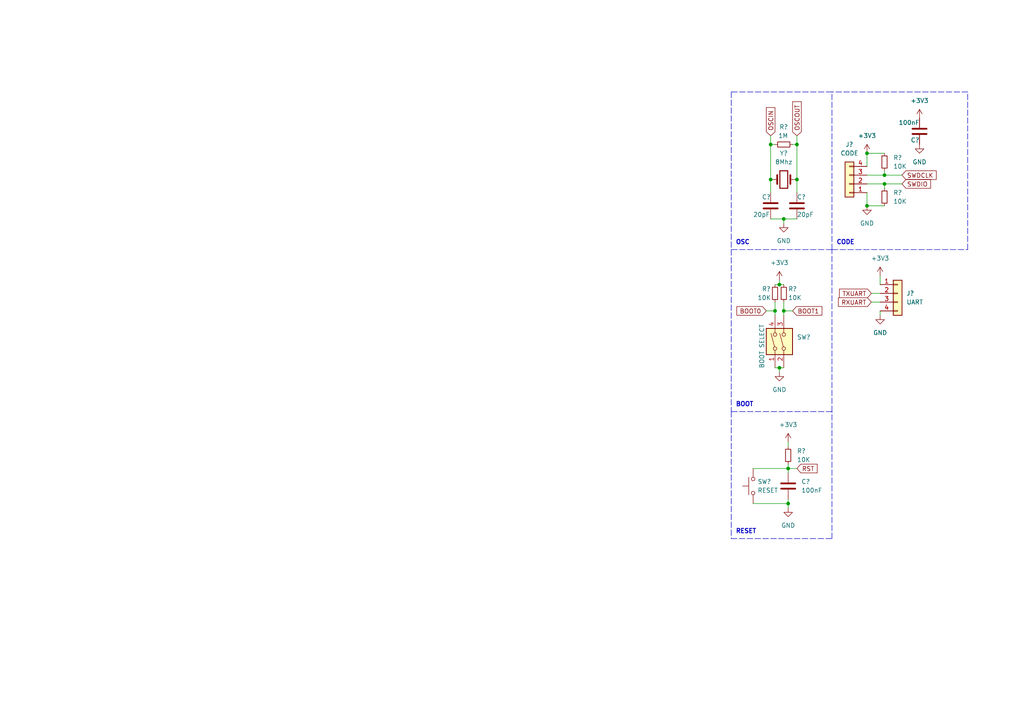
<source format=kicad_sch>
(kicad_sch (version 20211123) (generator eeschema)

  (uuid b7c20d97-bcac-47b9-b41c-0126a66b2490)

  (paper "A4")

  (lib_symbols
    (symbol "Connector_Generic:Conn_01x04" (pin_names (offset 1.016) hide) (in_bom yes) (on_board yes)
      (property "Reference" "J" (id 0) (at 0 5.08 0)
        (effects (font (size 1.27 1.27)))
      )
      (property "Value" "Conn_01x04" (id 1) (at 0 -7.62 0)
        (effects (font (size 1.27 1.27)))
      )
      (property "Footprint" "" (id 2) (at 0 0 0)
        (effects (font (size 1.27 1.27)) hide)
      )
      (property "Datasheet" "~" (id 3) (at 0 0 0)
        (effects (font (size 1.27 1.27)) hide)
      )
      (property "ki_keywords" "connector" (id 4) (at 0 0 0)
        (effects (font (size 1.27 1.27)) hide)
      )
      (property "ki_description" "Generic connector, single row, 01x04, script generated (kicad-library-utils/schlib/autogen/connector/)" (id 5) (at 0 0 0)
        (effects (font (size 1.27 1.27)) hide)
      )
      (property "ki_fp_filters" "Connector*:*_1x??_*" (id 6) (at 0 0 0)
        (effects (font (size 1.27 1.27)) hide)
      )
      (symbol "Conn_01x04_1_1"
        (rectangle (start -1.27 -4.953) (end 0 -5.207)
          (stroke (width 0.1524) (type default) (color 0 0 0 0))
          (fill (type none))
        )
        (rectangle (start -1.27 -2.413) (end 0 -2.667)
          (stroke (width 0.1524) (type default) (color 0 0 0 0))
          (fill (type none))
        )
        (rectangle (start -1.27 0.127) (end 0 -0.127)
          (stroke (width 0.1524) (type default) (color 0 0 0 0))
          (fill (type none))
        )
        (rectangle (start -1.27 2.667) (end 0 2.413)
          (stroke (width 0.1524) (type default) (color 0 0 0 0))
          (fill (type none))
        )
        (rectangle (start -1.27 3.81) (end 1.27 -6.35)
          (stroke (width 0.254) (type default) (color 0 0 0 0))
          (fill (type background))
        )
        (pin passive line (at -5.08 2.54 0) (length 3.81)
          (name "Pin_1" (effects (font (size 1.27 1.27))))
          (number "1" (effects (font (size 1.27 1.27))))
        )
        (pin passive line (at -5.08 0 0) (length 3.81)
          (name "Pin_2" (effects (font (size 1.27 1.27))))
          (number "2" (effects (font (size 1.27 1.27))))
        )
        (pin passive line (at -5.08 -2.54 0) (length 3.81)
          (name "Pin_3" (effects (font (size 1.27 1.27))))
          (number "3" (effects (font (size 1.27 1.27))))
        )
        (pin passive line (at -5.08 -5.08 0) (length 3.81)
          (name "Pin_4" (effects (font (size 1.27 1.27))))
          (number "4" (effects (font (size 1.27 1.27))))
        )
      )
    )
    (symbol "Device:C" (pin_numbers hide) (pin_names (offset 0.254)) (in_bom yes) (on_board yes)
      (property "Reference" "C" (id 0) (at 0.635 2.54 0)
        (effects (font (size 1.27 1.27)) (justify left))
      )
      (property "Value" "C" (id 1) (at 0.635 -2.54 0)
        (effects (font (size 1.27 1.27)) (justify left))
      )
      (property "Footprint" "" (id 2) (at 0.9652 -3.81 0)
        (effects (font (size 1.27 1.27)) hide)
      )
      (property "Datasheet" "~" (id 3) (at 0 0 0)
        (effects (font (size 1.27 1.27)) hide)
      )
      (property "ki_keywords" "cap capacitor" (id 4) (at 0 0 0)
        (effects (font (size 1.27 1.27)) hide)
      )
      (property "ki_description" "Unpolarized capacitor" (id 5) (at 0 0 0)
        (effects (font (size 1.27 1.27)) hide)
      )
      (property "ki_fp_filters" "C_*" (id 6) (at 0 0 0)
        (effects (font (size 1.27 1.27)) hide)
      )
      (symbol "C_0_1"
        (polyline
          (pts
            (xy -2.032 -0.762)
            (xy 2.032 -0.762)
          )
          (stroke (width 0.508) (type default) (color 0 0 0 0))
          (fill (type none))
        )
        (polyline
          (pts
            (xy -2.032 0.762)
            (xy 2.032 0.762)
          )
          (stroke (width 0.508) (type default) (color 0 0 0 0))
          (fill (type none))
        )
      )
      (symbol "C_1_1"
        (pin passive line (at 0 3.81 270) (length 2.794)
          (name "~" (effects (font (size 1.27 1.27))))
          (number "1" (effects (font (size 1.27 1.27))))
        )
        (pin passive line (at 0 -3.81 90) (length 2.794)
          (name "~" (effects (font (size 1.27 1.27))))
          (number "2" (effects (font (size 1.27 1.27))))
        )
      )
    )
    (symbol "Device:Crystal" (pin_numbers hide) (pin_names (offset 1.016) hide) (in_bom yes) (on_board yes)
      (property "Reference" "Y" (id 0) (at 0 3.81 0)
        (effects (font (size 1.27 1.27)))
      )
      (property "Value" "Crystal" (id 1) (at 0 -3.81 0)
        (effects (font (size 1.27 1.27)))
      )
      (property "Footprint" "" (id 2) (at 0 0 0)
        (effects (font (size 1.27 1.27)) hide)
      )
      (property "Datasheet" "~" (id 3) (at 0 0 0)
        (effects (font (size 1.27 1.27)) hide)
      )
      (property "ki_keywords" "quartz ceramic resonator oscillator" (id 4) (at 0 0 0)
        (effects (font (size 1.27 1.27)) hide)
      )
      (property "ki_description" "Two pin crystal" (id 5) (at 0 0 0)
        (effects (font (size 1.27 1.27)) hide)
      )
      (property "ki_fp_filters" "Crystal*" (id 6) (at 0 0 0)
        (effects (font (size 1.27 1.27)) hide)
      )
      (symbol "Crystal_0_1"
        (rectangle (start -1.143 2.54) (end 1.143 -2.54)
          (stroke (width 0.3048) (type default) (color 0 0 0 0))
          (fill (type none))
        )
        (polyline
          (pts
            (xy -2.54 0)
            (xy -1.905 0)
          )
          (stroke (width 0) (type default) (color 0 0 0 0))
          (fill (type none))
        )
        (polyline
          (pts
            (xy -1.905 -1.27)
            (xy -1.905 1.27)
          )
          (stroke (width 0.508) (type default) (color 0 0 0 0))
          (fill (type none))
        )
        (polyline
          (pts
            (xy 1.905 -1.27)
            (xy 1.905 1.27)
          )
          (stroke (width 0.508) (type default) (color 0 0 0 0))
          (fill (type none))
        )
        (polyline
          (pts
            (xy 2.54 0)
            (xy 1.905 0)
          )
          (stroke (width 0) (type default) (color 0 0 0 0))
          (fill (type none))
        )
      )
      (symbol "Crystal_1_1"
        (pin passive line (at -3.81 0 0) (length 1.27)
          (name "1" (effects (font (size 1.27 1.27))))
          (number "1" (effects (font (size 1.27 1.27))))
        )
        (pin passive line (at 3.81 0 180) (length 1.27)
          (name "2" (effects (font (size 1.27 1.27))))
          (number "2" (effects (font (size 1.27 1.27))))
        )
      )
    )
    (symbol "Device:R_Small" (pin_numbers hide) (pin_names (offset 0.254) hide) (in_bom yes) (on_board yes)
      (property "Reference" "R" (id 0) (at 0.762 0.508 0)
        (effects (font (size 1.27 1.27)) (justify left))
      )
      (property "Value" "R_Small" (id 1) (at 0.762 -1.016 0)
        (effects (font (size 1.27 1.27)) (justify left))
      )
      (property "Footprint" "" (id 2) (at 0 0 0)
        (effects (font (size 1.27 1.27)) hide)
      )
      (property "Datasheet" "~" (id 3) (at 0 0 0)
        (effects (font (size 1.27 1.27)) hide)
      )
      (property "ki_keywords" "R resistor" (id 4) (at 0 0 0)
        (effects (font (size 1.27 1.27)) hide)
      )
      (property "ki_description" "Resistor, small symbol" (id 5) (at 0 0 0)
        (effects (font (size 1.27 1.27)) hide)
      )
      (property "ki_fp_filters" "R_*" (id 6) (at 0 0 0)
        (effects (font (size 1.27 1.27)) hide)
      )
      (symbol "R_Small_0_1"
        (rectangle (start -0.762 1.778) (end 0.762 -1.778)
          (stroke (width 0.2032) (type default) (color 0 0 0 0))
          (fill (type none))
        )
      )
      (symbol "R_Small_1_1"
        (pin passive line (at 0 2.54 270) (length 0.762)
          (name "~" (effects (font (size 1.27 1.27))))
          (number "1" (effects (font (size 1.27 1.27))))
        )
        (pin passive line (at 0 -2.54 90) (length 0.762)
          (name "~" (effects (font (size 1.27 1.27))))
          (number "2" (effects (font (size 1.27 1.27))))
        )
      )
    )
    (symbol "Switch:SW_DIP_x02" (pin_names (offset 0) hide) (in_bom yes) (on_board yes)
      (property "Reference" "SW" (id 0) (at 0 6.35 0)
        (effects (font (size 1.27 1.27)))
      )
      (property "Value" "SW_DIP_x02" (id 1) (at 0 -3.81 0)
        (effects (font (size 1.27 1.27)))
      )
      (property "Footprint" "" (id 2) (at 0 0 0)
        (effects (font (size 1.27 1.27)) hide)
      )
      (property "Datasheet" "~" (id 3) (at 0 0 0)
        (effects (font (size 1.27 1.27)) hide)
      )
      (property "ki_keywords" "dip switch" (id 4) (at 0 0 0)
        (effects (font (size 1.27 1.27)) hide)
      )
      (property "ki_description" "2x DIP Switch, Single Pole Single Throw (SPST) switch, small symbol" (id 5) (at 0 0 0)
        (effects (font (size 1.27 1.27)) hide)
      )
      (property "ki_fp_filters" "SW?DIP?x2*" (id 6) (at 0 0 0)
        (effects (font (size 1.27 1.27)) hide)
      )
      (symbol "SW_DIP_x02_0_0"
        (circle (center -2.032 0) (radius 0.508)
          (stroke (width 0) (type default) (color 0 0 0 0))
          (fill (type none))
        )
        (circle (center -2.032 2.54) (radius 0.508)
          (stroke (width 0) (type default) (color 0 0 0 0))
          (fill (type none))
        )
        (polyline
          (pts
            (xy -1.524 0.127)
            (xy 2.3622 1.1684)
          )
          (stroke (width 0) (type default) (color 0 0 0 0))
          (fill (type none))
        )
        (polyline
          (pts
            (xy -1.524 2.667)
            (xy 2.3622 3.7084)
          )
          (stroke (width 0) (type default) (color 0 0 0 0))
          (fill (type none))
        )
        (circle (center 2.032 0) (radius 0.508)
          (stroke (width 0) (type default) (color 0 0 0 0))
          (fill (type none))
        )
        (circle (center 2.032 2.54) (radius 0.508)
          (stroke (width 0) (type default) (color 0 0 0 0))
          (fill (type none))
        )
      )
      (symbol "SW_DIP_x02_0_1"
        (rectangle (start -3.81 5.08) (end 3.81 -2.54)
          (stroke (width 0.254) (type default) (color 0 0 0 0))
          (fill (type background))
        )
      )
      (symbol "SW_DIP_x02_1_1"
        (pin passive line (at -7.62 2.54 0) (length 5.08)
          (name "~" (effects (font (size 1.27 1.27))))
          (number "1" (effects (font (size 1.27 1.27))))
        )
        (pin passive line (at -7.62 0 0) (length 5.08)
          (name "~" (effects (font (size 1.27 1.27))))
          (number "2" (effects (font (size 1.27 1.27))))
        )
        (pin passive line (at 7.62 0 180) (length 5.08)
          (name "~" (effects (font (size 1.27 1.27))))
          (number "3" (effects (font (size 1.27 1.27))))
        )
        (pin passive line (at 7.62 2.54 180) (length 5.08)
          (name "~" (effects (font (size 1.27 1.27))))
          (number "4" (effects (font (size 1.27 1.27))))
        )
      )
    )
    (symbol "Switch:SW_Push" (pin_numbers hide) (pin_names (offset 1.016) hide) (in_bom yes) (on_board yes)
      (property "Reference" "SW" (id 0) (at 1.27 2.54 0)
        (effects (font (size 1.27 1.27)) (justify left))
      )
      (property "Value" "SW_Push" (id 1) (at 0 -1.524 0)
        (effects (font (size 1.27 1.27)))
      )
      (property "Footprint" "" (id 2) (at 0 5.08 0)
        (effects (font (size 1.27 1.27)) hide)
      )
      (property "Datasheet" "~" (id 3) (at 0 5.08 0)
        (effects (font (size 1.27 1.27)) hide)
      )
      (property "ki_keywords" "switch normally-open pushbutton push-button" (id 4) (at 0 0 0)
        (effects (font (size 1.27 1.27)) hide)
      )
      (property "ki_description" "Push button switch, generic, two pins" (id 5) (at 0 0 0)
        (effects (font (size 1.27 1.27)) hide)
      )
      (symbol "SW_Push_0_1"
        (circle (center -2.032 0) (radius 0.508)
          (stroke (width 0) (type default) (color 0 0 0 0))
          (fill (type none))
        )
        (polyline
          (pts
            (xy 0 1.27)
            (xy 0 3.048)
          )
          (stroke (width 0) (type default) (color 0 0 0 0))
          (fill (type none))
        )
        (polyline
          (pts
            (xy 2.54 1.27)
            (xy -2.54 1.27)
          )
          (stroke (width 0) (type default) (color 0 0 0 0))
          (fill (type none))
        )
        (circle (center 2.032 0) (radius 0.508)
          (stroke (width 0) (type default) (color 0 0 0 0))
          (fill (type none))
        )
        (pin passive line (at -5.08 0 0) (length 2.54)
          (name "1" (effects (font (size 1.27 1.27))))
          (number "1" (effects (font (size 1.27 1.27))))
        )
        (pin passive line (at 5.08 0 180) (length 2.54)
          (name "2" (effects (font (size 1.27 1.27))))
          (number "2" (effects (font (size 1.27 1.27))))
        )
      )
    )
    (symbol "power:+3V3" (power) (pin_names (offset 0)) (in_bom yes) (on_board yes)
      (property "Reference" "#PWR" (id 0) (at 0 -3.81 0)
        (effects (font (size 1.27 1.27)) hide)
      )
      (property "Value" "+3V3" (id 1) (at 0 3.556 0)
        (effects (font (size 1.27 1.27)))
      )
      (property "Footprint" "" (id 2) (at 0 0 0)
        (effects (font (size 1.27 1.27)) hide)
      )
      (property "Datasheet" "" (id 3) (at 0 0 0)
        (effects (font (size 1.27 1.27)) hide)
      )
      (property "ki_keywords" "power-flag" (id 4) (at 0 0 0)
        (effects (font (size 1.27 1.27)) hide)
      )
      (property "ki_description" "Power symbol creates a global label with name \"+3V3\"" (id 5) (at 0 0 0)
        (effects (font (size 1.27 1.27)) hide)
      )
      (symbol "+3V3_0_1"
        (polyline
          (pts
            (xy -0.762 1.27)
            (xy 0 2.54)
          )
          (stroke (width 0) (type default) (color 0 0 0 0))
          (fill (type none))
        )
        (polyline
          (pts
            (xy 0 0)
            (xy 0 2.54)
          )
          (stroke (width 0) (type default) (color 0 0 0 0))
          (fill (type none))
        )
        (polyline
          (pts
            (xy 0 2.54)
            (xy 0.762 1.27)
          )
          (stroke (width 0) (type default) (color 0 0 0 0))
          (fill (type none))
        )
      )
      (symbol "+3V3_1_1"
        (pin power_in line (at 0 0 90) (length 0) hide
          (name "+3V3" (effects (font (size 1.27 1.27))))
          (number "1" (effects (font (size 1.27 1.27))))
        )
      )
    )
    (symbol "power:GND" (power) (pin_names (offset 0)) (in_bom yes) (on_board yes)
      (property "Reference" "#PWR" (id 0) (at 0 -6.35 0)
        (effects (font (size 1.27 1.27)) hide)
      )
      (property "Value" "GND" (id 1) (at 0 -3.81 0)
        (effects (font (size 1.27 1.27)))
      )
      (property "Footprint" "" (id 2) (at 0 0 0)
        (effects (font (size 1.27 1.27)) hide)
      )
      (property "Datasheet" "" (id 3) (at 0 0 0)
        (effects (font (size 1.27 1.27)) hide)
      )
      (property "ki_keywords" "power-flag" (id 4) (at 0 0 0)
        (effects (font (size 1.27 1.27)) hide)
      )
      (property "ki_description" "Power symbol creates a global label with name \"GND\" , ground" (id 5) (at 0 0 0)
        (effects (font (size 1.27 1.27)) hide)
      )
      (symbol "GND_0_1"
        (polyline
          (pts
            (xy 0 0)
            (xy 0 -1.27)
            (xy 1.27 -1.27)
            (xy 0 -2.54)
            (xy -1.27 -1.27)
            (xy 0 -1.27)
          )
          (stroke (width 0) (type default) (color 0 0 0 0))
          (fill (type none))
        )
      )
      (symbol "GND_1_1"
        (pin power_in line (at 0 0 270) (length 0) hide
          (name "GND" (effects (font (size 1.27 1.27))))
          (number "1" (effects (font (size 1.27 1.27))))
        )
      )
    )
  )

  (junction (at 223.52 41.91) (diameter 0) (color 0 0 0 0)
    (uuid 0023e298-84e6-4ff4-87a6-254c16798ad8)
  )
  (junction (at 256.54 53.34) (diameter 0) (color 0 0 0 0)
    (uuid 016dae1e-f166-4194-b03b-73be6d6a84b3)
  )
  (junction (at 224.79 90.17) (diameter 0) (color 0 0 0 0)
    (uuid 03914dfb-0ee7-443b-afdb-82cd1ecc5ab3)
  )
  (junction (at 251.46 44.45) (diameter 0) (color 0 0 0 0)
    (uuid 0f6b0162-cd6a-4e93-9403-9218c9ee6b59)
  )
  (junction (at 227.33 63.5) (diameter 0) (color 0 0 0 0)
    (uuid 14f94edb-0a18-41c6-81a1-524b1f13f23d)
  )
  (junction (at 228.6 146.05) (diameter 0) (color 0 0 0 0)
    (uuid 559008cc-58f4-4748-a1f8-6945e9fb64bc)
  )
  (junction (at 226.06 106.68) (diameter 0) (color 0 0 0 0)
    (uuid 64444d67-ad0c-4051-8a3a-2550f006509f)
  )
  (junction (at 226.06 82.55) (diameter 0) (color 0 0 0 0)
    (uuid 7aa3badf-4ccb-4e60-940c-9ec5e71f1bb7)
  )
  (junction (at 256.54 50.8) (diameter 0) (color 0 0 0 0)
    (uuid 846e9338-b9b0-4841-86dc-244fed66b73d)
  )
  (junction (at 231.14 41.91) (diameter 0) (color 0 0 0 0)
    (uuid 8c2b5e79-4c4e-4af5-90d1-14df9ea2d69b)
  )
  (junction (at 223.52 52.07) (diameter 0) (color 0 0 0 0)
    (uuid 98bf76e7-d8f1-45cc-90e2-7f8182e09887)
  )
  (junction (at 227.33 90.17) (diameter 0) (color 0 0 0 0)
    (uuid ae8646ea-1981-4bce-88d1-09c3d545c12b)
  )
  (junction (at 228.6 135.89) (diameter 0) (color 0 0 0 0)
    (uuid b97e2bc0-308f-4682-b9a6-779df4ae12e0)
  )
  (junction (at 251.46 59.69) (diameter 0) (color 0 0 0 0)
    (uuid d12bd1bb-e305-43aa-8c1a-dbfbf8c734b4)
  )
  (junction (at 231.14 52.07) (diameter 0) (color 0 0 0 0)
    (uuid d38441e0-e660-4d1f-a62b-d290b55090e2)
  )

  (wire (pts (xy 231.14 39.37) (xy 231.14 41.91))
    (stroke (width 0) (type default) (color 0 0 0 0))
    (uuid 05f640c8-150f-49a0-bca7-84f7f0b2bee9)
  )
  (polyline (pts (xy 241.3 72.39) (xy 212.09 72.39))
    (stroke (width 0) (type default) (color 0 0 0 0))
    (uuid 08dede75-9ed1-4277-ab69-ab9a4515c9d2)
  )

  (wire (pts (xy 251.46 53.34) (xy 256.54 53.34))
    (stroke (width 0) (type default) (color 0 0 0 0))
    (uuid 1009d6f3-f0a8-4068-8faa-0478bf0660cd)
  )
  (wire (pts (xy 227.33 90.17) (xy 227.33 91.44))
    (stroke (width 0) (type default) (color 0 0 0 0))
    (uuid 1356b7a2-6005-498d-9d4b-87c83d2f1466)
  )
  (wire (pts (xy 227.33 87.63) (xy 227.33 90.17))
    (stroke (width 0) (type default) (color 0 0 0 0))
    (uuid 15929d89-43e4-4932-a3be-fdf29fa2862d)
  )
  (wire (pts (xy 224.79 82.55) (xy 226.06 82.55))
    (stroke (width 0) (type default) (color 0 0 0 0))
    (uuid 19ac9944-1f46-4861-8b09-3257a140f91f)
  )
  (wire (pts (xy 231.14 52.07) (xy 231.14 55.88))
    (stroke (width 0) (type default) (color 0 0 0 0))
    (uuid 1b6cc98d-8d03-4943-bcc3-4d60566a8d1a)
  )
  (polyline (pts (xy 241.3 72.39) (xy 280.67 72.39))
    (stroke (width 0) (type default) (color 0 0 0 0))
    (uuid 203eae74-92af-436e-a4db-eebe5d2f5948)
  )

  (wire (pts (xy 256.54 53.34) (xy 261.62 53.34))
    (stroke (width 0) (type default) (color 0 0 0 0))
    (uuid 20dd97f7-632e-42cf-9695-5a5286c9b5af)
  )
  (wire (pts (xy 226.06 106.68) (xy 227.33 106.68))
    (stroke (width 0) (type default) (color 0 0 0 0))
    (uuid 2237592a-068a-4a2a-82d3-589e0dfe80c3)
  )
  (wire (pts (xy 222.25 90.17) (xy 224.79 90.17))
    (stroke (width 0) (type default) (color 0 0 0 0))
    (uuid 2f56bd58-4e6d-4bf6-be17-80ea1a95998d)
  )
  (wire (pts (xy 228.6 135.89) (xy 228.6 137.16))
    (stroke (width 0) (type default) (color 0 0 0 0))
    (uuid 34ae52d2-6026-4731-8be6-dc9d93cc435a)
  )
  (polyline (pts (xy 241.3 26.67) (xy 212.09 26.67))
    (stroke (width 0) (type default) (color 0 0 0 0))
    (uuid 45ea99a0-6115-406b-9f0a-11eeb7b80110)
  )

  (wire (pts (xy 228.6 147.32) (xy 228.6 146.05))
    (stroke (width 0) (type default) (color 0 0 0 0))
    (uuid 498d1ffc-5ed6-46aa-b6ee-cfcd4a086851)
  )
  (wire (pts (xy 231.14 41.91) (xy 231.14 52.07))
    (stroke (width 0) (type default) (color 0 0 0 0))
    (uuid 49b1af45-0f54-48a9-a41f-a15317d03b94)
  )
  (wire (pts (xy 251.46 44.45) (xy 256.54 44.45))
    (stroke (width 0) (type default) (color 0 0 0 0))
    (uuid 4a84c597-b22c-4ee8-bc8c-595e83c8554c)
  )
  (wire (pts (xy 251.46 44.45) (xy 251.46 48.26))
    (stroke (width 0) (type default) (color 0 0 0 0))
    (uuid 4c88ebd6-313c-4632-a687-384f5b5d0b0e)
  )
  (polyline (pts (xy 212.09 156.21) (xy 241.3 156.21))
    (stroke (width 0) (type default) (color 0 0 0 0))
    (uuid 4e98af9a-e2a6-432e-91e6-a1a0196724e7)
  )

  (wire (pts (xy 228.6 135.89) (xy 231.14 135.89))
    (stroke (width 0) (type default) (color 0 0 0 0))
    (uuid 50a07df2-9ff0-487b-9b5c-219451225c96)
  )
  (wire (pts (xy 252.73 87.63) (xy 255.27 87.63))
    (stroke (width 0) (type default) (color 0 0 0 0))
    (uuid 52ff2270-8e80-4ef5-9c9b-878505e61df5)
  )
  (wire (pts (xy 251.46 59.69) (xy 251.46 55.88))
    (stroke (width 0) (type default) (color 0 0 0 0))
    (uuid 6270c074-d506-49a0-99a7-1f5caaa4c5e8)
  )
  (wire (pts (xy 255.27 80.01) (xy 255.27 82.55))
    (stroke (width 0) (type default) (color 0 0 0 0))
    (uuid 664991c2-d8e8-425b-a5b9-7d81b239a84f)
  )
  (wire (pts (xy 252.73 85.09) (xy 255.27 85.09))
    (stroke (width 0) (type default) (color 0 0 0 0))
    (uuid 6811114f-7913-4d16-b80f-df58b2d4869d)
  )
  (wire (pts (xy 228.6 146.05) (xy 228.6 144.78))
    (stroke (width 0) (type default) (color 0 0 0 0))
    (uuid 69ba65d9-51f0-40e5-87a5-9445ae9139f7)
  )
  (wire (pts (xy 223.52 52.07) (xy 223.52 55.88))
    (stroke (width 0) (type default) (color 0 0 0 0))
    (uuid 6a6caac4-fa87-43fa-bdc0-d0990b1ef686)
  )
  (wire (pts (xy 224.79 41.91) (xy 223.52 41.91))
    (stroke (width 0) (type default) (color 0 0 0 0))
    (uuid 71dccd11-611e-4fac-a5e1-049f461d070a)
  )
  (wire (pts (xy 227.33 63.5) (xy 231.14 63.5))
    (stroke (width 0) (type default) (color 0 0 0 0))
    (uuid 7ffeabc3-0e3c-4cf1-bd87-409868db3eb3)
  )
  (wire (pts (xy 224.79 87.63) (xy 224.79 90.17))
    (stroke (width 0) (type default) (color 0 0 0 0))
    (uuid 8000269a-8a16-4ffb-839f-9d1eec23abe7)
  )
  (wire (pts (xy 251.46 50.8) (xy 256.54 50.8))
    (stroke (width 0) (type default) (color 0 0 0 0))
    (uuid 803594b5-0dff-4cd3-8264-9b433ae9ad98)
  )
  (polyline (pts (xy 241.3 156.21) (xy 241.3 119.38))
    (stroke (width 0) (type default) (color 0 0 0 0))
    (uuid 8085170a-f2d3-4c2e-a1ea-71420b374487)
  )

  (wire (pts (xy 223.52 39.37) (xy 223.52 41.91))
    (stroke (width 0) (type default) (color 0 0 0 0))
    (uuid 80f1cc12-7359-4079-bfe4-2f2b22886f44)
  )
  (wire (pts (xy 223.52 41.91) (xy 223.52 52.07))
    (stroke (width 0) (type default) (color 0 0 0 0))
    (uuid 8305d649-f23b-40c3-8972-c7dce2d1b6b3)
  )
  (wire (pts (xy 226.06 82.55) (xy 227.33 82.55))
    (stroke (width 0) (type default) (color 0 0 0 0))
    (uuid 8474913e-a08f-4f1d-a9b8-f7ee9c655090)
  )
  (polyline (pts (xy 241.3 72.39) (xy 241.3 26.67))
    (stroke (width 0) (type default) (color 0 0 0 0))
    (uuid 89c1a46b-8e44-40e0-bca7-3b33e99ac0dc)
  )

  (wire (pts (xy 256.54 53.34) (xy 256.54 54.61))
    (stroke (width 0) (type default) (color 0 0 0 0))
    (uuid 89fe3cb8-b762-48ea-ac6e-820d11bc1a76)
  )
  (polyline (pts (xy 241.3 119.38) (xy 241.3 72.39))
    (stroke (width 0) (type default) (color 0 0 0 0))
    (uuid 8c35b755-1418-41cc-af19-270a49fcb098)
  )

  (wire (pts (xy 227.33 90.17) (xy 229.87 90.17))
    (stroke (width 0) (type default) (color 0 0 0 0))
    (uuid 8cd7d6a3-33f9-478b-b289-52037adef297)
  )
  (wire (pts (xy 251.46 59.69) (xy 256.54 59.69))
    (stroke (width 0) (type default) (color 0 0 0 0))
    (uuid 92929e40-ae68-45f2-a65f-ce570a62fe2e)
  )
  (wire (pts (xy 224.79 90.17) (xy 224.79 91.44))
    (stroke (width 0) (type default) (color 0 0 0 0))
    (uuid 9520f783-5c50-4548-a168-c0f27301e45b)
  )
  (polyline (pts (xy 241.3 119.38) (xy 212.09 119.38))
    (stroke (width 0) (type default) (color 0 0 0 0))
    (uuid 98c3ac95-7e8e-4262-b094-6224419849eb)
  )

  (wire (pts (xy 226.06 81.28) (xy 226.06 82.55))
    (stroke (width 0) (type default) (color 0 0 0 0))
    (uuid a939fe84-b723-45e1-8bba-2dba3199fead)
  )
  (wire (pts (xy 218.44 146.05) (xy 228.6 146.05))
    (stroke (width 0) (type default) (color 0 0 0 0))
    (uuid a96feb78-cd3e-46a5-ba1f-105535f1ec0b)
  )
  (wire (pts (xy 228.6 128.27) (xy 228.6 129.54))
    (stroke (width 0) (type default) (color 0 0 0 0))
    (uuid a9aa27c4-94ec-45c2-94f7-fcdfb09d3779)
  )
  (polyline (pts (xy 212.09 72.39) (xy 212.09 119.38))
    (stroke (width 0) (type default) (color 0 0 0 0))
    (uuid aa5a7c8c-126d-4fa5-b6df-8cfa3560f7dd)
  )

  (wire (pts (xy 255.27 91.44) (xy 255.27 90.17))
    (stroke (width 0) (type default) (color 0 0 0 0))
    (uuid b4c66344-8990-4fff-ab11-fbfcf1c2fe00)
  )
  (polyline (pts (xy 280.67 26.67) (xy 241.3 26.67))
    (stroke (width 0) (type default) (color 0 0 0 0))
    (uuid b6377c56-5337-4025-97b4-bc6d90b90cf8)
  )

  (wire (pts (xy 228.6 134.62) (xy 228.6 135.89))
    (stroke (width 0) (type default) (color 0 0 0 0))
    (uuid b8dbc16a-3276-4bea-b92e-827edd4c22ec)
  )
  (wire (pts (xy 224.79 106.68) (xy 226.06 106.68))
    (stroke (width 0) (type default) (color 0 0 0 0))
    (uuid c074adfc-70a8-430a-9766-1272ff98a763)
  )
  (polyline (pts (xy 280.67 72.39) (xy 280.67 26.67))
    (stroke (width 0) (type default) (color 0 0 0 0))
    (uuid cd81c19f-3bf1-4e8f-8f1b-35f3d1553a47)
  )

  (wire (pts (xy 256.54 49.53) (xy 256.54 50.8))
    (stroke (width 0) (type default) (color 0 0 0 0))
    (uuid d101b38b-8f01-4551-b526-35c49c0cd583)
  )
  (wire (pts (xy 223.52 63.5) (xy 227.33 63.5))
    (stroke (width 0) (type default) (color 0 0 0 0))
    (uuid dfc805b6-6537-4cc4-b008-ed91a3ad554a)
  )
  (wire (pts (xy 218.44 135.89) (xy 228.6 135.89))
    (stroke (width 0) (type default) (color 0 0 0 0))
    (uuid e0688d4a-e60f-4f98-b3bf-1209f99d06ff)
  )
  (wire (pts (xy 229.87 41.91) (xy 231.14 41.91))
    (stroke (width 0) (type default) (color 0 0 0 0))
    (uuid e2ef92af-f79f-4181-b9de-7a782cb1928e)
  )
  (polyline (pts (xy 212.09 26.67) (xy 212.09 72.39))
    (stroke (width 0) (type default) (color 0 0 0 0))
    (uuid e9d725b4-bff7-446c-b5f1-1bcb1633a75d)
  )

  (wire (pts (xy 226.06 107.95) (xy 226.06 106.68))
    (stroke (width 0) (type default) (color 0 0 0 0))
    (uuid ee132697-6ea9-4ccc-a65b-00a2d30d6557)
  )
  (polyline (pts (xy 212.09 119.38) (xy 212.09 156.21))
    (stroke (width 0) (type default) (color 0 0 0 0))
    (uuid f1e91f02-70e6-49da-9b6e-62dae671c818)
  )

  (wire (pts (xy 256.54 50.8) (xy 261.62 50.8))
    (stroke (width 0) (type default) (color 0 0 0 0))
    (uuid f54cd2a7-852c-4c3a-8c12-724f5154aa7a)
  )
  (wire (pts (xy 227.33 64.77) (xy 227.33 63.5))
    (stroke (width 0) (type default) (color 0 0 0 0))
    (uuid fe65e1d9-6bbd-4c9d-86cb-363466d9cb8f)
  )

  (text "CODE" (at 242.57 71.12 0)
    (effects (font (size 1.27 1.27) (thickness 0.254) bold) (justify left bottom))
    (uuid 0af9f669-fcda-44e5-bd95-6983d630667e)
  )
  (text "BOOT" (at 213.36 118.11 0)
    (effects (font (size 1.27 1.27) (thickness 0.254) bold) (justify left bottom))
    (uuid 1dcb99ab-0152-43d0-b32c-d731021ca71f)
  )
  (text "OSC" (at 213.36 71.12 0)
    (effects (font (size 1.27 1.27) (thickness 0.254) bold) (justify left bottom))
    (uuid e2868145-d7ac-4bd2-b404-0f3786e4ab9d)
  )
  (text "RESET" (at 213.36 154.94 0)
    (effects (font (size 1.27 1.27) (thickness 0.254) bold) (justify left bottom))
    (uuid e8411063-dca7-4829-94ff-62a7fbde98a3)
  )

  (global_label "OSCIN" (shape input) (at 223.52 39.37 90) (fields_autoplaced)
    (effects (font (size 1.27 1.27)) (justify left))
    (uuid 27f5cdd8-8f2c-45ff-9602-f8df81750b5c)
    (property "Intersheet References" "${INTERSHEET_REFS}" (id 0) (at 223.4406 31.2117 90)
      (effects (font (size 1.27 1.27)) (justify left) hide)
    )
  )
  (global_label "SWDIO" (shape input) (at 261.62 53.34 0) (fields_autoplaced)
    (effects (font (size 1.27 1.27)) (justify left))
    (uuid 2f865e2a-0e2a-4ab7-880c-735dec4a0d33)
    (property "Intersheet References" "${INTERSHEET_REFS}" (id 0) (at 269.8993 53.2606 0)
      (effects (font (size 1.27 1.27)) (justify left) hide)
    )
  )
  (global_label "BOOT1" (shape input) (at 229.87 90.17 0) (fields_autoplaced)
    (effects (font (size 1.27 1.27)) (justify left))
    (uuid 31a76157-69e3-4172-95df-21f75e373387)
    (property "Intersheet References" "${INTERSHEET_REFS}" (id 0) (at 238.3912 90.0906 0)
      (effects (font (size 1.27 1.27)) (justify left) hide)
    )
  )
  (global_label "OSCOUT" (shape input) (at 231.14 39.37 90) (fields_autoplaced)
    (effects (font (size 1.27 1.27)) (justify left))
    (uuid 436b114a-925a-4204-8c6c-4905b78f95cf)
    (property "Intersheet References" "${INTERSHEET_REFS}" (id 0) (at 231.0606 29.5183 90)
      (effects (font (size 1.27 1.27)) (justify left) hide)
    )
  )
  (global_label "RXUART" (shape input) (at 252.73 87.63 180) (fields_autoplaced)
    (effects (font (size 1.27 1.27)) (justify right))
    (uuid 64f558ad-d222-46d9-af2a-3efa6a4eaba1)
    (property "Intersheet References" "${INTERSHEET_REFS}" (id 0) (at 243.1807 87.7094 0)
      (effects (font (size 1.27 1.27)) (justify right) hide)
    )
  )
  (global_label "RST" (shape input) (at 231.14 135.89 0) (fields_autoplaced)
    (effects (font (size 1.27 1.27)) (justify left))
    (uuid 93f3e86e-70b2-4a60-9a87-ff4dcb57987f)
    (property "Intersheet References" "${INTERSHEET_REFS}" (id 0) (at 237.0002 135.8106 0)
      (effects (font (size 1.27 1.27)) (justify left) hide)
    )
  )
  (global_label "SWDCLK" (shape input) (at 261.62 50.8 0) (fields_autoplaced)
    (effects (font (size 1.27 1.27)) (justify left))
    (uuid 9503ffcd-11d4-4150-a097-bf33df53d096)
    (property "Intersheet References" "${INTERSHEET_REFS}" (id 0) (at 271.5321 50.7206 0)
      (effects (font (size 1.27 1.27)) (justify left) hide)
    )
  )
  (global_label "BOOT0" (shape input) (at 222.25 90.17 180) (fields_autoplaced)
    (effects (font (size 1.27 1.27)) (justify right))
    (uuid 9ff0e80f-8258-4056-ab6a-3ec0467d2d7e)
    (property "Intersheet References" "${INTERSHEET_REFS}" (id 0) (at 213.7288 90.0906 0)
      (effects (font (size 1.27 1.27)) (justify right) hide)
    )
  )
  (global_label "TXUART" (shape input) (at 252.73 85.09 180) (fields_autoplaced)
    (effects (font (size 1.27 1.27)) (justify right))
    (uuid f50fb961-250f-44b6-be73-d4f61f398a11)
    (property "Intersheet References" "${INTERSHEET_REFS}" (id 0) (at 243.4831 85.1694 0)
      (effects (font (size 1.27 1.27)) (justify right) hide)
    )
  )

  (symbol (lib_id "Device:R_Small") (at 228.6 132.08 0) (unit 1)
    (in_bom yes) (on_board yes) (fields_autoplaced)
    (uuid 0845a33b-fa03-4f30-9b19-0e2c8e70acb0)
    (property "Reference" "R?" (id 0) (at 231.14 130.8099 0)
      (effects (font (size 1.27 1.27)) (justify left))
    )
    (property "Value" "10K" (id 1) (at 231.14 133.3499 0)
      (effects (font (size 1.27 1.27)) (justify left))
    )
    (property "Footprint" "Resistor_SMD:R_0805_2012Metric_Pad1.20x1.40mm_HandSolder" (id 2) (at 228.6 132.08 0)
      (effects (font (size 1.27 1.27)) hide)
    )
    (property "Datasheet" "~" (id 3) (at 228.6 132.08 0)
      (effects (font (size 1.27 1.27)) hide)
    )
    (pin "1" (uuid d6b1f776-97fc-447a-8088-05aa256f3163))
    (pin "2" (uuid 892c2aa3-16e7-447b-a5dc-0048c848f643))
  )

  (symbol (lib_id "Device:R_Small") (at 256.54 57.15 0) (unit 1)
    (in_bom yes) (on_board yes) (fields_autoplaced)
    (uuid 0e19eff1-cf2e-40d3-961d-f3b61b955b87)
    (property "Reference" "R?" (id 0) (at 259.08 55.8799 0)
      (effects (font (size 1.27 1.27)) (justify left))
    )
    (property "Value" "10K" (id 1) (at 259.08 58.4199 0)
      (effects (font (size 1.27 1.27)) (justify left))
    )
    (property "Footprint" "Resistor_SMD:R_0805_2012Metric_Pad1.20x1.40mm_HandSolder" (id 2) (at 256.54 57.15 0)
      (effects (font (size 1.27 1.27)) hide)
    )
    (property "Datasheet" "~" (id 3) (at 256.54 57.15 0)
      (effects (font (size 1.27 1.27)) hide)
    )
    (pin "1" (uuid 50dd158c-1d6b-49b4-8490-3e32a3c17350))
    (pin "2" (uuid a35198e7-4c07-44b9-bdc1-5525917bb9de))
  )

  (symbol (lib_id "Switch:SW_DIP_x02") (at 227.33 99.06 90) (unit 1)
    (in_bom yes) (on_board yes)
    (uuid 1411e563-f98e-4ef4-b44c-b545151f9398)
    (property "Reference" "SW?" (id 0) (at 231.14 97.7899 90)
      (effects (font (size 1.27 1.27)) (justify right))
    )
    (property "Value" "BOOT SELECT" (id 1) (at 220.98 93.98 0)
      (effects (font (size 1.27 1.27)) (justify right))
    )
    (property "Footprint" "Button_Switch_SMD:SW_DIP_SPSTx02_Slide_6.7x6.64mm_W6.73mm_P2.54mm_LowProfile_JPin" (id 2) (at 227.33 99.06 0)
      (effects (font (size 1.27 1.27)) hide)
    )
    (property "Datasheet" "~" (id 3) (at 227.33 99.06 0)
      (effects (font (size 1.27 1.27)) hide)
    )
    (pin "1" (uuid 45c317fa-e261-4df1-b099-df43009a0742))
    (pin "2" (uuid 6a2fdaf0-b72f-4239-9f48-f357bf787d8b))
    (pin "3" (uuid 7c04e490-f599-4610-9ff4-bdf11ae5c18f))
    (pin "4" (uuid df99c7b5-db69-4edd-954c-03df9eb7a0dc))
  )

  (symbol (lib_id "Device:C") (at 266.7 38.1 180) (unit 1)
    (in_bom yes) (on_board yes)
    (uuid 17475aab-4d82-4d00-8498-72dc73e1fad5)
    (property "Reference" "C?" (id 0) (at 266.7 40.64 0)
      (effects (font (size 1.27 1.27)) (justify left))
    )
    (property "Value" "100nF" (id 1) (at 266.7 35.56 0)
      (effects (font (size 1.27 1.27)) (justify left))
    )
    (property "Footprint" "Capacitor_SMD:C_0805_2012Metric_Pad1.18x1.45mm_HandSolder" (id 2) (at 265.7348 34.29 0)
      (effects (font (size 1.27 1.27)) hide)
    )
    (property "Datasheet" "~" (id 3) (at 266.7 38.1 0)
      (effects (font (size 1.27 1.27)) hide)
    )
    (pin "1" (uuid 4f371b8b-a2af-45fc-bb68-15d3fd129da2))
    (pin "2" (uuid 5f3b54ef-f146-429e-a17d-a1e2f9a3ea85))
  )

  (symbol (lib_id "power:GND") (at 228.6 147.32 0) (unit 1)
    (in_bom yes) (on_board yes) (fields_autoplaced)
    (uuid 1ce656d1-f236-44bd-b1c1-2790cb47cc48)
    (property "Reference" "#PWR?" (id 0) (at 228.6 153.67 0)
      (effects (font (size 1.27 1.27)) hide)
    )
    (property "Value" "GND" (id 1) (at 228.6 152.4 0))
    (property "Footprint" "" (id 2) (at 228.6 147.32 0)
      (effects (font (size 1.27 1.27)) hide)
    )
    (property "Datasheet" "" (id 3) (at 228.6 147.32 0)
      (effects (font (size 1.27 1.27)) hide)
    )
    (pin "1" (uuid 2b89c23a-2cd4-4e81-aceb-26b8e7700cda))
  )

  (symbol (lib_id "Connector_Generic:Conn_01x04") (at 246.38 53.34 180) (unit 1)
    (in_bom yes) (on_board yes) (fields_autoplaced)
    (uuid 2c0f5f04-230f-4dd3-94ec-b3ddd58200a5)
    (property "Reference" "J?" (id 0) (at 246.38 41.91 0))
    (property "Value" "CODE" (id 1) (at 246.38 44.45 0))
    (property "Footprint" "Connector_PinHeader_2.54mm:PinHeader_1x04_P2.54mm_Vertical" (id 2) (at 246.38 53.34 0)
      (effects (font (size 1.27 1.27)) hide)
    )
    (property "Datasheet" "~" (id 3) (at 246.38 53.34 0)
      (effects (font (size 1.27 1.27)) hide)
    )
    (pin "1" (uuid be9bbf3f-279d-4edd-bb20-ef080450fdbd))
    (pin "2" (uuid 2c306848-1643-4206-b7b5-d2115186b07a))
    (pin "3" (uuid adec40b2-be02-4520-949c-261c2d38dbbe))
    (pin "4" (uuid fcf81b2b-f786-4c53-8fa8-349e80692583))
  )

  (symbol (lib_id "power:+3V3") (at 266.7 34.29 0) (unit 1)
    (in_bom yes) (on_board yes) (fields_autoplaced)
    (uuid 51e56134-8199-4d19-a054-1e91ad9e40b5)
    (property "Reference" "#PWR?" (id 0) (at 266.7 38.1 0)
      (effects (font (size 1.27 1.27)) hide)
    )
    (property "Value" "+3V3" (id 1) (at 266.7 29.21 0))
    (property "Footprint" "" (id 2) (at 266.7 34.29 0)
      (effects (font (size 1.27 1.27)) hide)
    )
    (property "Datasheet" "" (id 3) (at 266.7 34.29 0)
      (effects (font (size 1.27 1.27)) hide)
    )
    (pin "1" (uuid 72c6b26f-84ad-4b56-abb2-57c35f82fc61))
  )

  (symbol (lib_id "power:+3V3") (at 228.6 128.27 0) (unit 1)
    (in_bom yes) (on_board yes) (fields_autoplaced)
    (uuid 5d7226b9-af2e-4a3b-bf42-4632775f1f77)
    (property "Reference" "#PWR?" (id 0) (at 228.6 132.08 0)
      (effects (font (size 1.27 1.27)) hide)
    )
    (property "Value" "+3V3" (id 1) (at 228.6 123.19 0))
    (property "Footprint" "" (id 2) (at 228.6 128.27 0)
      (effects (font (size 1.27 1.27)) hide)
    )
    (property "Datasheet" "" (id 3) (at 228.6 128.27 0)
      (effects (font (size 1.27 1.27)) hide)
    )
    (pin "1" (uuid 2435d589-3569-4126-84c5-ba2950fe5865))
  )

  (symbol (lib_id "Device:R_Small") (at 224.79 85.09 0) (unit 1)
    (in_bom yes) (on_board yes)
    (uuid 65a3ecb2-fadd-4ea6-94ac-31118b6fdc90)
    (property "Reference" "R?" (id 0) (at 220.98 83.82 0)
      (effects (font (size 1.27 1.27)) (justify left))
    )
    (property "Value" "10K" (id 1) (at 219.71 86.36 0)
      (effects (font (size 1.27 1.27)) (justify left))
    )
    (property "Footprint" "Resistor_SMD:R_0805_2012Metric_Pad1.20x1.40mm_HandSolder" (id 2) (at 224.79 85.09 0)
      (effects (font (size 1.27 1.27)) hide)
    )
    (property "Datasheet" "~" (id 3) (at 224.79 85.09 0)
      (effects (font (size 1.27 1.27)) hide)
    )
    (pin "1" (uuid e94ad025-1b47-4647-bcd6-7aa9d9dbf010))
    (pin "2" (uuid c7bd896c-ea30-4c22-a6d4-c26091a0e0cd))
  )

  (symbol (lib_id "Device:C") (at 231.14 59.69 0) (unit 1)
    (in_bom yes) (on_board yes)
    (uuid 6711dfe7-c938-4fa4-b339-01842d00741b)
    (property "Reference" "C?" (id 0) (at 231.14 57.15 0)
      (effects (font (size 1.27 1.27)) (justify left))
    )
    (property "Value" "20pF" (id 1) (at 231.14 62.23 0)
      (effects (font (size 1.27 1.27)) (justify left))
    )
    (property "Footprint" "Capacitor_SMD:C_0805_2012Metric_Pad1.18x1.45mm_HandSolder" (id 2) (at 232.1052 63.5 0)
      (effects (font (size 1.27 1.27)) hide)
    )
    (property "Datasheet" "~" (id 3) (at 231.14 59.69 0)
      (effects (font (size 1.27 1.27)) hide)
    )
    (pin "1" (uuid 922beb6b-0338-4b95-9123-3b826098542e))
    (pin "2" (uuid 321dd5c2-2325-4a16-b5d7-d685526ca48d))
  )

  (symbol (lib_id "power:+3V3") (at 226.06 81.28 0) (unit 1)
    (in_bom yes) (on_board yes) (fields_autoplaced)
    (uuid 675e520b-7581-48d3-b857-f6cd41b14964)
    (property "Reference" "#PWR?" (id 0) (at 226.06 85.09 0)
      (effects (font (size 1.27 1.27)) hide)
    )
    (property "Value" "+3V3" (id 1) (at 226.06 76.2 0))
    (property "Footprint" "" (id 2) (at 226.06 81.28 0)
      (effects (font (size 1.27 1.27)) hide)
    )
    (property "Datasheet" "" (id 3) (at 226.06 81.28 0)
      (effects (font (size 1.27 1.27)) hide)
    )
    (pin "1" (uuid b244e761-7165-4c0a-858f-123167af3768))
  )

  (symbol (lib_id "Device:C") (at 223.52 59.69 0) (unit 1)
    (in_bom yes) (on_board yes)
    (uuid 72556b00-615f-44be-8db0-4dc88b2aff18)
    (property "Reference" "C?" (id 0) (at 220.98 57.15 0)
      (effects (font (size 1.27 1.27)) (justify left))
    )
    (property "Value" "20pF" (id 1) (at 218.44 62.23 0)
      (effects (font (size 1.27 1.27)) (justify left))
    )
    (property "Footprint" "Capacitor_SMD:C_0805_2012Metric_Pad1.18x1.45mm_HandSolder" (id 2) (at 224.4852 63.5 0)
      (effects (font (size 1.27 1.27)) hide)
    )
    (property "Datasheet" "~" (id 3) (at 223.52 59.69 0)
      (effects (font (size 1.27 1.27)) hide)
    )
    (pin "1" (uuid 7693b301-8db2-47d2-9544-77180bab7af0))
    (pin "2" (uuid dd101d29-76cf-4492-8f52-23b3c662b59e))
  )

  (symbol (lib_id "Switch:SW_Push") (at 218.44 140.97 90) (unit 1)
    (in_bom yes) (on_board yes) (fields_autoplaced)
    (uuid 755fee03-247e-41ca-b46d-693374f0d63f)
    (property "Reference" "SW?" (id 0) (at 219.71 139.6999 90)
      (effects (font (size 1.27 1.27)) (justify right))
    )
    (property "Value" "RESET" (id 1) (at 219.71 142.2399 90)
      (effects (font (size 1.27 1.27)) (justify right))
    )
    (property "Footprint" "Button_Switch_SMD:SW_SPST_CK_RS282G05A3" (id 2) (at 213.36 140.97 0)
      (effects (font (size 1.27 1.27)) hide)
    )
    (property "Datasheet" "~" (id 3) (at 213.36 140.97 0)
      (effects (font (size 1.27 1.27)) hide)
    )
    (pin "1" (uuid 003d27b8-9582-476a-a544-8e4a6e17309c))
    (pin "2" (uuid 0317b812-0851-4150-ae60-f6979b7f312a))
  )

  (symbol (lib_id "power:GND") (at 266.7 41.91 0) (unit 1)
    (in_bom yes) (on_board yes) (fields_autoplaced)
    (uuid 7879dbe7-e416-48ab-ac84-86742da6bf41)
    (property "Reference" "#PWR?" (id 0) (at 266.7 48.26 0)
      (effects (font (size 1.27 1.27)) hide)
    )
    (property "Value" "GND" (id 1) (at 266.7 46.99 0))
    (property "Footprint" "" (id 2) (at 266.7 41.91 0)
      (effects (font (size 1.27 1.27)) hide)
    )
    (property "Datasheet" "" (id 3) (at 266.7 41.91 0)
      (effects (font (size 1.27 1.27)) hide)
    )
    (pin "1" (uuid ee3d4beb-ad75-4c4d-b9f0-4614b528a915))
  )

  (symbol (lib_id "power:GND") (at 255.27 91.44 0) (unit 1)
    (in_bom yes) (on_board yes) (fields_autoplaced)
    (uuid 83e19885-1d4c-4e81-a946-28da46e1a172)
    (property "Reference" "#PWR?" (id 0) (at 255.27 97.79 0)
      (effects (font (size 1.27 1.27)) hide)
    )
    (property "Value" "GND" (id 1) (at 255.27 96.52 0))
    (property "Footprint" "" (id 2) (at 255.27 91.44 0)
      (effects (font (size 1.27 1.27)) hide)
    )
    (property "Datasheet" "" (id 3) (at 255.27 91.44 0)
      (effects (font (size 1.27 1.27)) hide)
    )
    (pin "1" (uuid 0052efb2-633e-4841-8e41-3f18771cae2a))
  )

  (symbol (lib_id "power:GND") (at 227.33 64.77 0) (unit 1)
    (in_bom yes) (on_board yes) (fields_autoplaced)
    (uuid 842c62f3-9672-41d1-90f7-a619d8847c18)
    (property "Reference" "#PWR?" (id 0) (at 227.33 71.12 0)
      (effects (font (size 1.27 1.27)) hide)
    )
    (property "Value" "GND" (id 1) (at 227.33 69.85 0))
    (property "Footprint" "" (id 2) (at 227.33 64.77 0)
      (effects (font (size 1.27 1.27)) hide)
    )
    (property "Datasheet" "" (id 3) (at 227.33 64.77 0)
      (effects (font (size 1.27 1.27)) hide)
    )
    (pin "1" (uuid 27a83a1a-f211-47bf-8aed-c7de63fffa8b))
  )

  (symbol (lib_id "power:GND") (at 226.06 107.95 0) (unit 1)
    (in_bom yes) (on_board yes) (fields_autoplaced)
    (uuid 86728351-92a1-437d-abbd-65082c17d512)
    (property "Reference" "#PWR?" (id 0) (at 226.06 114.3 0)
      (effects (font (size 1.27 1.27)) hide)
    )
    (property "Value" "GND" (id 1) (at 226.06 113.03 0))
    (property "Footprint" "" (id 2) (at 226.06 107.95 0)
      (effects (font (size 1.27 1.27)) hide)
    )
    (property "Datasheet" "" (id 3) (at 226.06 107.95 0)
      (effects (font (size 1.27 1.27)) hide)
    )
    (pin "1" (uuid 5eec4851-63b0-44ce-bc00-a62434be6801))
  )

  (symbol (lib_id "Device:R_Small") (at 256.54 46.99 0) (unit 1)
    (in_bom yes) (on_board yes) (fields_autoplaced)
    (uuid 88221a7d-4cb9-400e-b54c-04e3d2eac2d7)
    (property "Reference" "R?" (id 0) (at 259.08 45.7199 0)
      (effects (font (size 1.27 1.27)) (justify left))
    )
    (property "Value" "10K" (id 1) (at 259.08 48.2599 0)
      (effects (font (size 1.27 1.27)) (justify left))
    )
    (property "Footprint" "Resistor_SMD:R_0805_2012Metric_Pad1.20x1.40mm_HandSolder" (id 2) (at 256.54 46.99 0)
      (effects (font (size 1.27 1.27)) hide)
    )
    (property "Datasheet" "~" (id 3) (at 256.54 46.99 0)
      (effects (font (size 1.27 1.27)) hide)
    )
    (pin "1" (uuid 0c6aa1db-3a07-4b77-b9e4-024cbf541878))
    (pin "2" (uuid 9edda46c-c64b-4ebf-97ce-8a7301eab278))
  )

  (symbol (lib_id "Device:Crystal") (at 227.33 52.07 0) (unit 1)
    (in_bom yes) (on_board yes) (fields_autoplaced)
    (uuid 8fd4cee9-dbb6-4429-bafd-9962d6d7cc0a)
    (property "Reference" "Y?" (id 0) (at 227.33 44.45 0))
    (property "Value" "8Mhz" (id 1) (at 227.33 46.99 0))
    (property "Footprint" "Crystal:Crystal_SMD_HC49-SD" (id 2) (at 227.33 52.07 0)
      (effects (font (size 1.27 1.27)) hide)
    )
    (property "Datasheet" "~" (id 3) (at 227.33 52.07 0)
      (effects (font (size 1.27 1.27)) hide)
    )
    (pin "1" (uuid 92fbfee1-a2b2-444f-b0e3-dec58d777b5d))
    (pin "2" (uuid 07919ec8-7ef6-43b5-9214-56fc44947cd6))
  )

  (symbol (lib_id "Device:R_Small") (at 227.33 41.91 90) (unit 1)
    (in_bom yes) (on_board yes)
    (uuid a6fbb4c2-8d76-4bca-aad1-384be4736ebf)
    (property "Reference" "R?" (id 0) (at 228.6 36.83 90)
      (effects (font (size 1.27 1.27)) (justify left))
    )
    (property "Value" "1M" (id 1) (at 228.6 39.37 90)
      (effects (font (size 1.27 1.27)) (justify left))
    )
    (property "Footprint" "Resistor_SMD:R_0805_2012Metric_Pad1.20x1.40mm_HandSolder" (id 2) (at 227.33 41.91 0)
      (effects (font (size 1.27 1.27)) hide)
    )
    (property "Datasheet" "~" (id 3) (at 227.33 41.91 0)
      (effects (font (size 1.27 1.27)) hide)
    )
    (pin "1" (uuid dc5490c9-31d4-4115-bfe4-be9306235f88))
    (pin "2" (uuid a8f0f492-4467-4d98-86e1-710c9924d029))
  )

  (symbol (lib_id "Connector_Generic:Conn_01x04") (at 260.35 85.09 0) (unit 1)
    (in_bom yes) (on_board yes) (fields_autoplaced)
    (uuid c95ae147-f4e2-4ded-b530-1558dc079e49)
    (property "Reference" "J?" (id 0) (at 262.89 85.0899 0)
      (effects (font (size 1.27 1.27)) (justify left))
    )
    (property "Value" "UART" (id 1) (at 262.89 87.6299 0)
      (effects (font (size 1.27 1.27)) (justify left))
    )
    (property "Footprint" "Connector_PinHeader_2.54mm:PinHeader_1x04_P2.54mm_Vertical" (id 2) (at 260.35 85.09 0)
      (effects (font (size 1.27 1.27)) hide)
    )
    (property "Datasheet" "~" (id 3) (at 260.35 85.09 0)
      (effects (font (size 1.27 1.27)) hide)
    )
    (pin "1" (uuid 4f57b762-653e-48f1-9af4-37cfeac2e6ce))
    (pin "2" (uuid 1878f1e6-6068-4dc7-9fc8-cd79e86ebc7f))
    (pin "3" (uuid e1a5bd03-e0c4-46e9-ad88-756fe674a990))
    (pin "4" (uuid c9608937-bef5-40e1-a703-9e4161a43dc6))
  )

  (symbol (lib_id "power:GND") (at 251.46 59.69 0) (unit 1)
    (in_bom yes) (on_board yes) (fields_autoplaced)
    (uuid cf483d95-e7dd-4f7c-98b8-1c1121c92397)
    (property "Reference" "#PWR?" (id 0) (at 251.46 66.04 0)
      (effects (font (size 1.27 1.27)) hide)
    )
    (property "Value" "GND" (id 1) (at 251.46 64.77 0))
    (property "Footprint" "" (id 2) (at 251.46 59.69 0)
      (effects (font (size 1.27 1.27)) hide)
    )
    (property "Datasheet" "" (id 3) (at 251.46 59.69 0)
      (effects (font (size 1.27 1.27)) hide)
    )
    (pin "1" (uuid 5704daf7-e414-4a60-b695-c84317bebb28))
  )

  (symbol (lib_id "Device:C") (at 228.6 140.97 0) (unit 1)
    (in_bom yes) (on_board yes) (fields_autoplaced)
    (uuid d65c1eaa-dc03-4b58-b509-c777f3e3943a)
    (property "Reference" "C?" (id 0) (at 232.41 139.6999 0)
      (effects (font (size 1.27 1.27)) (justify left))
    )
    (property "Value" "100nF" (id 1) (at 232.41 142.2399 0)
      (effects (font (size 1.27 1.27)) (justify left))
    )
    (property "Footprint" "Capacitor_SMD:C_0805_2012Metric_Pad1.18x1.45mm_HandSolder" (id 2) (at 229.5652 144.78 0)
      (effects (font (size 1.27 1.27)) hide)
    )
    (property "Datasheet" "~" (id 3) (at 228.6 140.97 0)
      (effects (font (size 1.27 1.27)) hide)
    )
    (pin "1" (uuid 8eff1f61-e0b5-41fa-9682-f4e7554bb8c0))
    (pin "2" (uuid 0eafbfb0-5580-45e1-b197-60c76a3b1716))
  )

  (symbol (lib_id "power:+3V3") (at 251.46 44.45 0) (unit 1)
    (in_bom yes) (on_board yes) (fields_autoplaced)
    (uuid e414b47e-fb7e-4af9-83dd-1aa971263ff1)
    (property "Reference" "#PWR?" (id 0) (at 251.46 48.26 0)
      (effects (font (size 1.27 1.27)) hide)
    )
    (property "Value" "+3V3" (id 1) (at 251.46 39.37 0))
    (property "Footprint" "" (id 2) (at 251.46 44.45 0)
      (effects (font (size 1.27 1.27)) hide)
    )
    (property "Datasheet" "" (id 3) (at 251.46 44.45 0)
      (effects (font (size 1.27 1.27)) hide)
    )
    (pin "1" (uuid 85886790-8cc1-4f11-beb0-ddbd740d8040))
  )

  (symbol (lib_id "Device:R_Small") (at 227.33 85.09 0) (unit 1)
    (in_bom yes) (on_board yes)
    (uuid e95fb1cb-98a2-4771-a41e-f2a0bb6519e2)
    (property "Reference" "R?" (id 0) (at 228.6 83.82 0)
      (effects (font (size 1.27 1.27)) (justify left))
    )
    (property "Value" "10K" (id 1) (at 228.6 86.36 0)
      (effects (font (size 1.27 1.27)) (justify left))
    )
    (property "Footprint" "Resistor_SMD:R_0805_2012Metric_Pad1.20x1.40mm_HandSolder" (id 2) (at 227.33 85.09 0)
      (effects (font (size 1.27 1.27)) hide)
    )
    (property "Datasheet" "~" (id 3) (at 227.33 85.09 0)
      (effects (font (size 1.27 1.27)) hide)
    )
    (pin "1" (uuid 9009e456-a1a9-4e13-a16b-b90cb6a1b15b))
    (pin "2" (uuid 1f231f84-a60d-4f82-8283-af71ed0d89b8))
  )

  (symbol (lib_id "power:+3V3") (at 255.27 80.01 0) (unit 1)
    (in_bom yes) (on_board yes) (fields_autoplaced)
    (uuid f0f3af23-bca1-477d-850f-9de163187d0e)
    (property "Reference" "#PWR?" (id 0) (at 255.27 83.82 0)
      (effects (font (size 1.27 1.27)) hide)
    )
    (property "Value" "+3V3" (id 1) (at 255.27 74.93 0))
    (property "Footprint" "" (id 2) (at 255.27 80.01 0)
      (effects (font (size 1.27 1.27)) hide)
    )
    (property "Datasheet" "" (id 3) (at 255.27 80.01 0)
      (effects (font (size 1.27 1.27)) hide)
    )
    (pin "1" (uuid c3c62c98-e7e6-4e70-a91b-a5d9797b6fea))
  )

  (sheet_instances
    (path "/" (page "1"))
  )

  (symbol_instances
    (path "/1ce656d1-f236-44bd-b1c1-2790cb47cc48"
      (reference "#PWR?") (unit 1) (value "GND") (footprint "")
    )
    (path "/51e56134-8199-4d19-a054-1e91ad9e40b5"
      (reference "#PWR?") (unit 1) (value "+3V3") (footprint "")
    )
    (path "/5d7226b9-af2e-4a3b-bf42-4632775f1f77"
      (reference "#PWR?") (unit 1) (value "+3V3") (footprint "")
    )
    (path "/675e520b-7581-48d3-b857-f6cd41b14964"
      (reference "#PWR?") (unit 1) (value "+3V3") (footprint "")
    )
    (path "/7879dbe7-e416-48ab-ac84-86742da6bf41"
      (reference "#PWR?") (unit 1) (value "GND") (footprint "")
    )
    (path "/83e19885-1d4c-4e81-a946-28da46e1a172"
      (reference "#PWR?") (unit 1) (value "GND") (footprint "")
    )
    (path "/842c62f3-9672-41d1-90f7-a619d8847c18"
      (reference "#PWR?") (unit 1) (value "GND") (footprint "")
    )
    (path "/86728351-92a1-437d-abbd-65082c17d512"
      (reference "#PWR?") (unit 1) (value "GND") (footprint "")
    )
    (path "/cf483d95-e7dd-4f7c-98b8-1c1121c92397"
      (reference "#PWR?") (unit 1) (value "GND") (footprint "")
    )
    (path "/e414b47e-fb7e-4af9-83dd-1aa971263ff1"
      (reference "#PWR?") (unit 1) (value "+3V3") (footprint "")
    )
    (path "/f0f3af23-bca1-477d-850f-9de163187d0e"
      (reference "#PWR?") (unit 1) (value "+3V3") (footprint "")
    )
    (path "/17475aab-4d82-4d00-8498-72dc73e1fad5"
      (reference "C?") (unit 1) (value "100nF") (footprint "Capacitor_SMD:C_0805_2012Metric_Pad1.18x1.45mm_HandSolder")
    )
    (path "/6711dfe7-c938-4fa4-b339-01842d00741b"
      (reference "C?") (unit 1) (value "20pF") (footprint "Capacitor_SMD:C_0805_2012Metric_Pad1.18x1.45mm_HandSolder")
    )
    (path "/72556b00-615f-44be-8db0-4dc88b2aff18"
      (reference "C?") (unit 1) (value "20pF") (footprint "Capacitor_SMD:C_0805_2012Metric_Pad1.18x1.45mm_HandSolder")
    )
    (path "/d65c1eaa-dc03-4b58-b509-c777f3e3943a"
      (reference "C?") (unit 1) (value "100nF") (footprint "Capacitor_SMD:C_0805_2012Metric_Pad1.18x1.45mm_HandSolder")
    )
    (path "/2c0f5f04-230f-4dd3-94ec-b3ddd58200a5"
      (reference "J?") (unit 1) (value "CODE") (footprint "Connector_PinHeader_2.54mm:PinHeader_1x04_P2.54mm_Vertical")
    )
    (path "/c95ae147-f4e2-4ded-b530-1558dc079e49"
      (reference "J?") (unit 1) (value "UART") (footprint "Connector_PinHeader_2.54mm:PinHeader_1x04_P2.54mm_Vertical")
    )
    (path "/0845a33b-fa03-4f30-9b19-0e2c8e70acb0"
      (reference "R?") (unit 1) (value "10K") (footprint "Resistor_SMD:R_0805_2012Metric_Pad1.20x1.40mm_HandSolder")
    )
    (path "/0e19eff1-cf2e-40d3-961d-f3b61b955b87"
      (reference "R?") (unit 1) (value "10K") (footprint "Resistor_SMD:R_0805_2012Metric_Pad1.20x1.40mm_HandSolder")
    )
    (path "/65a3ecb2-fadd-4ea6-94ac-31118b6fdc90"
      (reference "R?") (unit 1) (value "10K") (footprint "Resistor_SMD:R_0805_2012Metric_Pad1.20x1.40mm_HandSolder")
    )
    (path "/88221a7d-4cb9-400e-b54c-04e3d2eac2d7"
      (reference "R?") (unit 1) (value "10K") (footprint "Resistor_SMD:R_0805_2012Metric_Pad1.20x1.40mm_HandSolder")
    )
    (path "/a6fbb4c2-8d76-4bca-aad1-384be4736ebf"
      (reference "R?") (unit 1) (value "1M") (footprint "Resistor_SMD:R_0805_2012Metric_Pad1.20x1.40mm_HandSolder")
    )
    (path "/e95fb1cb-98a2-4771-a41e-f2a0bb6519e2"
      (reference "R?") (unit 1) (value "10K") (footprint "Resistor_SMD:R_0805_2012Metric_Pad1.20x1.40mm_HandSolder")
    )
    (path "/1411e563-f98e-4ef4-b44c-b545151f9398"
      (reference "SW?") (unit 1) (value "BOOT SELECT") (footprint "Button_Switch_SMD:SW_DIP_SPSTx02_Slide_6.7x6.64mm_W6.73mm_P2.54mm_LowProfile_JPin")
    )
    (path "/755fee03-247e-41ca-b46d-693374f0d63f"
      (reference "SW?") (unit 1) (value "RESET") (footprint "Button_Switch_SMD:SW_SPST_CK_RS282G05A3")
    )
    (path "/8fd4cee9-dbb6-4429-bafd-9962d6d7cc0a"
      (reference "Y?") (unit 1) (value "8Mhz") (footprint "Crystal:Crystal_SMD_HC49-SD")
    )
  )
)

</source>
